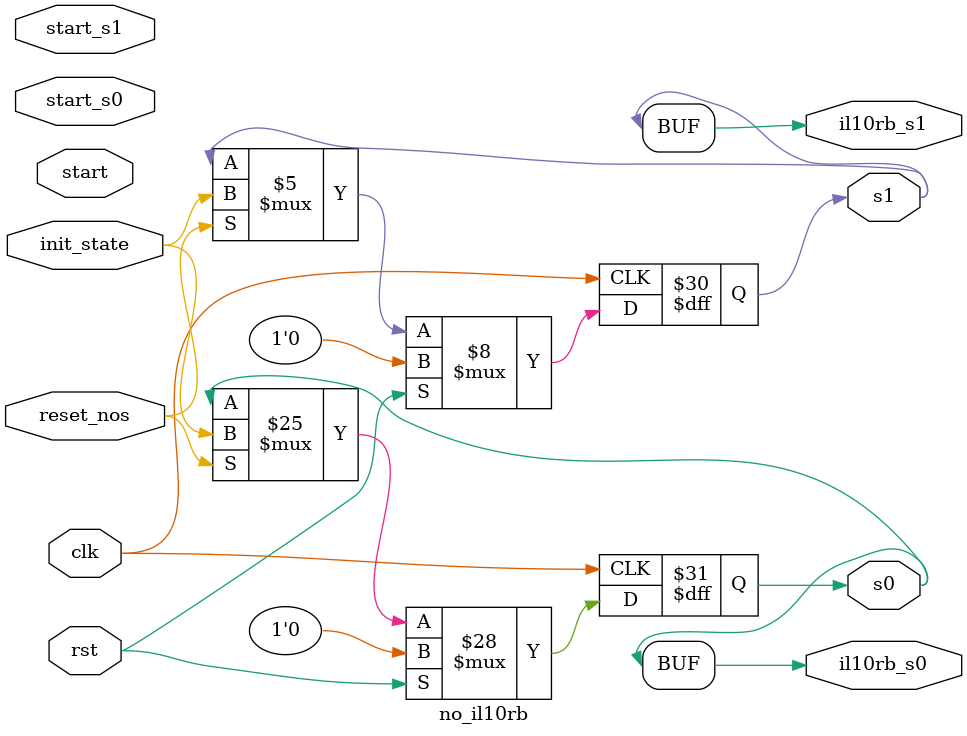
<source format=v>

module no_il10rb
(
  input clk,
  input start,
  input rst,
  input reset_nos,
  input start_s0,
  input start_s1,
  input init_state,
  output reg [1-1:0] s0,
  output reg [1-1:0] s1,
  output [1-1:0] il10rb_s0,
  output [1-1:0] il10rb_s1
);

  reg pass;

  always @(posedge clk) begin
    if(rst) begin
      s0 <= 1'd0;
      pass <= 1'b0;
    end else begin
      if(reset_nos) begin
        s0 <= init_state;
        pass <= 1;
      end else begin
        if(start_s0) begin
          if(pass) begin
            s0 <=  s0 ;
            pass <= 0;
          end else begin
            pass <= 1;
          end
        end 
      end
    end
  end


  always @(posedge clk) begin
    if(rst) begin
      s1 <= 1'd0;
    end else begin
      if(reset_nos) begin
        s1 <= init_state;
      end else begin
        if(start_s1) begin
          s1 <=  s1 ;
        end 
      end
    end
  end

  assign il10rb_s0 = s0;
  assign il10rb_s1 = s1;

endmodule

</source>
